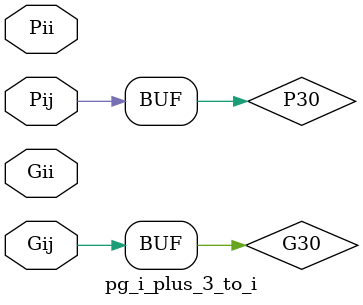
<source format=v>
`timescale 1ns / 1ps


module pg_i_plus_3_to_i(
    input [3:0] Pii,
    input [3:0] Gii,
    input Pij,
    input Gij
    );
    //i = 1, 5, 9,...
    wire P30, P20, P10;
    wire G30, G20, G10;
    //Compute the group propagation bit
    assign P10 = Pii[1] & Pii[0];
    assign P20 = Pii[2] & P10;
    assign P30 = Pii[3] & P20;
    assign Pij = P30;
        
    //Group generation bit
    assign Gij = G30;
    assign G30= Gii[3] | (Pii[3]& G20);
    assign G20 = Gii[2] | (Pii[2]* G10);
    assign G10 = Gii[1] | (Pii[1] & Gii[0]);
    //Compute the group propagation bits and group generation bit P(i+3):i and G(i+3):i;
    
    
endmodule

</source>
